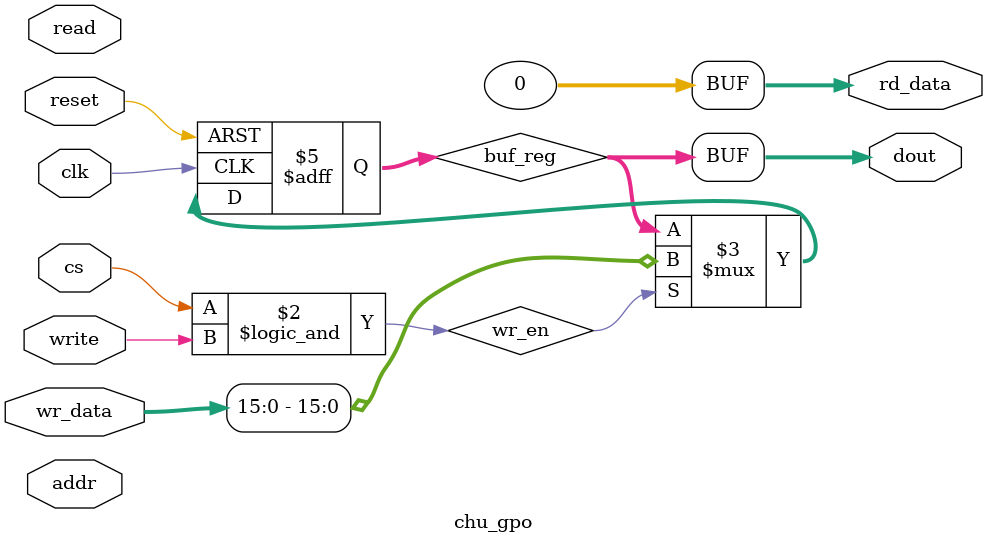
<source format=sv>

module chu_gpo
   #(parameter W = 16)  // width of output port
   (
    input  logic clk,
    input  logic reset,

    // slot interface
    input  logic cs,
    input  logic read,
    input  logic write,
    input  logic [4:0] addr,
    input  logic [31:0] wr_data,
    output logic [31:0] rd_data,

    // external port    
    output logic [W-1:0] dout
   );

   // declaration
   logic [W-1:0] buf_reg;
   logic wr_en;

   // ------------------------------------------------- body
   // output buffer register
   always_ff @(posedge clk, posedge reset)
      if (reset)
         buf_reg <= 0;
      else   
         if (wr_en)
            buf_reg <= wr_data[W-1:0];
   
   // decoding logic 
   assign wr_en = cs && write;

   // slot read interface
   assign rd_data =  0;

   // external output  
   assign dout = buf_reg;

endmodule
       




</source>
